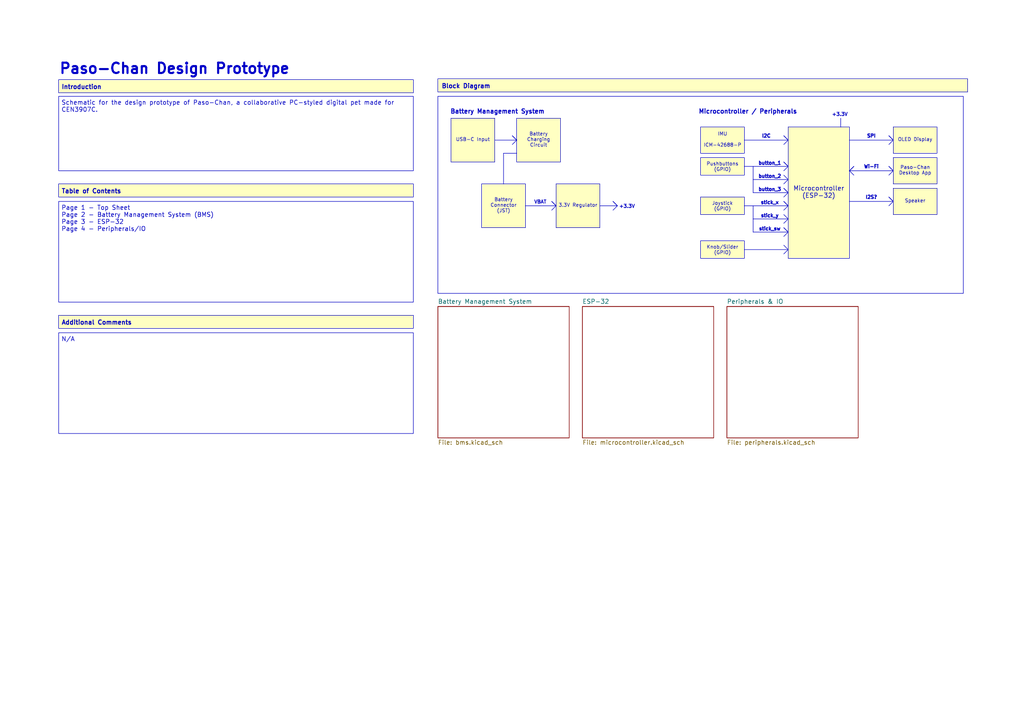
<source format=kicad_sch>
(kicad_sch
	(version 20250114)
	(generator "eeschema")
	(generator_version "9.0")
	(uuid "02d41798-b312-4981-a73c-79d229ea5c8e")
	(paper "A4")
	(lib_symbols)
	(rectangle
		(start 161.29 53.34)
		(end 173.99 66.04)
		(stroke
			(width 0)
			(type solid)
		)
		(fill
			(type color)
			(color 255 255 194 1)
		)
		(uuid 0d57d5d9-1ca2-4f95-a04e-725034894ac5)
	)
	(rectangle
		(start 203.2 69.85)
		(end 215.9 74.93)
		(stroke
			(width 0)
			(type solid)
		)
		(fill
			(type color)
			(color 255 255 194 1)
		)
		(uuid 0de3b8df-84bb-4ce0-8f76-1df9ec97f199)
	)
	(rectangle
		(start 130.81 34.29)
		(end 143.51 46.99)
		(stroke
			(width 0)
			(type solid)
		)
		(fill
			(type color)
			(color 255 255 194 1)
		)
		(uuid 1df60517-75a4-4591-b3be-227e704fc6fa)
	)
	(rectangle
		(start 203.2 45.72)
		(end 215.9 50.8)
		(stroke
			(width 0)
			(type solid)
		)
		(fill
			(type color)
			(color 255 255 194 1)
		)
		(uuid 2af8b3cd-2532-4074-bf18-8ff627123eac)
	)
	(rectangle
		(start 17.018 96.52)
		(end 119.888 125.73)
		(stroke
			(width 0)
			(type default)
		)
		(fill
			(type none)
		)
		(uuid 32a7fd25-8a74-4273-b5c2-7b33223bb332)
	)
	(rectangle
		(start 17.018 91.44)
		(end 119.888 95.25)
		(stroke
			(width 0)
			(type solid)
		)
		(fill
			(type color)
			(color 255 255 194 1)
		)
		(uuid 43c5288c-73d8-4212-8e07-459d0dc47ce3)
	)
	(rectangle
		(start 127 22.86)
		(end 280.67 26.67)
		(stroke
			(width 0)
			(type solid)
		)
		(fill
			(type color)
			(color 255 255 194 1)
		)
		(uuid 557499d0-8ccb-4f16-9c4c-9a4b3fbd99b2)
	)
	(rectangle
		(start 215.9 36.83)
		(end 203.2 44.45)
		(stroke
			(width 0)
			(type solid)
		)
		(fill
			(type color)
			(color 255 255 194 1)
		)
		(uuid 564ae2ec-95cc-4074-96e8-50757b86416a)
	)
	(rectangle
		(start 127 27.94)
		(end 279.4 85.09)
		(stroke
			(width 0)
			(type default)
		)
		(fill
			(type none)
		)
		(uuid 64d0f322-f355-4aaa-8ce2-04a62e4f2774)
	)
	(rectangle
		(start 17.018 23.114)
		(end 119.888 26.924)
		(stroke
			(width 0)
			(type solid)
		)
		(fill
			(type color)
			(color 255 255 194 1)
		)
		(uuid 787ce8b5-2c3b-4a53-823b-0cf30d69f885)
	)
	(rectangle
		(start 139.7 53.34)
		(end 152.4 66.04)
		(stroke
			(width 0)
			(type solid)
		)
		(fill
			(type color)
			(color 255 255 194 1)
		)
		(uuid 9fb3dc7c-2e5f-4f91-8de0-08cec10210ad)
	)
	(rectangle
		(start 17.018 58.42)
		(end 119.888 87.63)
		(stroke
			(width 0)
			(type default)
		)
		(fill
			(type none)
		)
		(uuid b222ee3c-c328-4c5e-885d-3f9911549b1d)
	)
	(rectangle
		(start 259.08 36.83)
		(end 271.78 44.45)
		(stroke
			(width 0)
			(type solid)
		)
		(fill
			(type color)
			(color 255 255 194 1)
		)
		(uuid c437c9ac-e855-4d03-9226-3d34cebee418)
	)
	(rectangle
		(start 203.2 57.15)
		(end 215.9 62.23)
		(stroke
			(width 0)
			(type solid)
		)
		(fill
			(type color)
			(color 255 255 194 1)
		)
		(uuid d11ed866-922d-4a75-a24d-18dbbb023cbe)
	)
	(rectangle
		(start 259.08 54.61)
		(end 271.78 62.23)
		(stroke
			(width 0)
			(type solid)
		)
		(fill
			(type color)
			(color 255 255 194 1)
		)
		(uuid d7e58831-080c-414b-8166-536308ab9774)
	)
	(rectangle
		(start 17.018 27.94)
		(end 119.888 49.53)
		(stroke
			(width 0)
			(type default)
		)
		(fill
			(type none)
		)
		(uuid e87fae58-48c7-4bd6-8e3e-baf9a9c742c4)
	)
	(rectangle
		(start 149.86 34.29)
		(end 162.56 46.99)
		(stroke
			(width 0)
			(type solid)
		)
		(fill
			(type color)
			(color 255 255 194 1)
		)
		(uuid e8e9d717-56b4-42ca-9edf-4ab8dd0de69c)
	)
	(rectangle
		(start 228.6 36.83)
		(end 246.38 74.93)
		(stroke
			(width 0)
			(type solid)
		)
		(fill
			(type color)
			(color 255 255 194 1)
		)
		(uuid ea79662a-554f-4ba8-b8fb-bd63ef62cbe0)
	)
	(rectangle
		(start 17.018 53.34)
		(end 119.888 57.15)
		(stroke
			(width 0)
			(type solid)
		)
		(fill
			(type color)
			(color 255 255 194 1)
		)
		(uuid fd7077e5-af32-4ad0-8c82-661ae4257140)
	)
	(rectangle
		(start 259.08 45.72)
		(end 271.78 53.34)
		(stroke
			(width 0)
			(type solid)
		)
		(fill
			(type color)
			(color 255 255 194 1)
		)
		(uuid ffa99649-5957-45c3-b809-f4376785701c)
	)
	(text "Table of Contents"
		(exclude_from_sim no)
		(at 17.78 55.626 0)
		(effects
			(font
				(size 1.27 1.27)
				(thickness 0.254)
				(bold yes)
			)
			(justify left)
		)
		(uuid "0f4943d1-afb9-41e6-8a5c-40a1ba6c5787")
	)
	(text "Wi-Fi"
		(exclude_from_sim no)
		(at 252.73 48.514 0)
		(effects
			(font
				(size 1 1)
				(thickness 0.254)
				(bold yes)
			)
		)
		(uuid "1255bba3-8b33-4e94-ad00-e9467b7793b5")
	)
	(text "stick_y"
		(exclude_from_sim no)
		(at 223.266 62.738 0)
		(effects
			(font
				(size 1 1)
				(thickness 0.254)
				(bold yes)
			)
		)
		(uuid "141940dc-da05-4d47-b507-9f3acc87dfbd")
	)
	(text "Knob/Slider\n(GPIO)"
		(exclude_from_sim no)
		(at 209.55 72.644 0)
		(effects
			(font
				(size 1 1)
				(thickness 0.125)
			)
		)
		(uuid "2724e792-6e5b-4064-97d4-406e4f0ec8f9")
	)
	(text "Additional Comments"
		(exclude_from_sim no)
		(at 17.78 93.726 0)
		(effects
			(font
				(size 1.27 1.27)
				(thickness 0.254)
				(bold yes)
			)
			(justify left)
		)
		(uuid "273f729e-30f6-439f-96e9-c18305ad893a")
	)
	(text "+3.3V"
		(exclude_from_sim no)
		(at 243.586 32.766 0)
		(effects
			(font
				(size 1 1)
				(thickness 0.2)
				(bold yes)
			)
			(justify top)
		)
		(uuid "2e3167f0-289c-41bd-b0f1-ecba5f275553")
	)
	(text "I2C"
		(exclude_from_sim no)
		(at 222.25 39.624 0)
		(effects
			(font
				(size 1 1)
				(thickness 0.254)
				(bold yes)
			)
		)
		(uuid "2f59bf2a-a3a8-4a59-86fd-fe9da735e981")
	)
	(text "Paso-Chan Design Prototype"
		(exclude_from_sim no)
		(at 17.018 20.066 0)
		(effects
			(font
				(size 3 3)
				(thickness 0.6)
				(bold yes)
			)
			(justify left)
		)
		(uuid "3662028b-e559-452b-86b4-67b60229f06b")
	)
	(text "Battery\nConnector\n(JST)"
		(exclude_from_sim no)
		(at 146.05 59.69 0)
		(effects
			(font
				(size 1 1)
				(thickness 0.125)
			)
		)
		(uuid "3969f216-9488-4783-a1c4-3c0aa2081485")
	)
	(text "3.3V Regulator"
		(exclude_from_sim no)
		(at 167.64 59.69 0)
		(effects
			(font
				(size 1 1)
				(thickness 0.125)
			)
		)
		(uuid "39c67533-c85a-45ed-b237-5135af328556")
	)
	(text "+3.3V"
		(exclude_from_sim no)
		(at 181.864 59.436 0)
		(effects
			(font
				(size 1 1)
				(thickness 0.2)
				(bold yes)
			)
			(justify top)
		)
		(uuid "3b8dc5b0-1403-4534-8085-0136450489b1")
	)
	(text "N/A"
		(exclude_from_sim no)
		(at 17.78 97.79 0)
		(effects
			(font
				(size 1.27 1.27)
				(thickness 0.1588)
			)
			(justify left top)
		)
		(uuid "4e03e2a3-95d4-4185-a054-8c0cf6ecea23")
	)
	(text "VBAT"
		(exclude_from_sim no)
		(at 156.718 58.166 0)
		(effects
			(font
				(size 1 1)
				(thickness 0.2)
				(bold yes)
			)
			(justify top)
		)
		(uuid "5ac04435-b8e0-455a-b9ec-68285c5c4997")
	)
	(text "Speaker"
		(exclude_from_sim no)
		(at 265.43 58.42 0)
		(effects
			(font
				(size 1 1)
				(thickness 0.125)
			)
		)
		(uuid "62005692-9ef6-42e2-8872-7c7b8f89d8d2")
	)
	(text "Microcontroller\n(ESP-32)"
		(exclude_from_sim no)
		(at 237.49 55.88 0)
		(effects
			(font
				(size 1.3 1.3)
				(thickness 0.1625)
			)
		)
		(uuid "6bf33913-31f5-4e5a-a245-c335071ab8ee")
	)
	(text "I2S?"
		(exclude_from_sim no)
		(at 252.73 57.404 0)
		(effects
			(font
				(size 1 1)
				(thickness 0.254)
				(bold yes)
			)
		)
		(uuid "718e08ac-3793-401d-8a70-f84904521bbd")
	)
	(text "Introduction"
		(exclude_from_sim no)
		(at 17.78 25.4 0)
		(effects
			(font
				(size 1.27 1.27)
				(thickness 0.254)
				(bold yes)
			)
			(justify left)
		)
		(uuid "8660ed7c-50ed-4892-b0af-0a54b8a2e4df")
	)
	(text "Joystick\n(GPIO)"
		(exclude_from_sim no)
		(at 209.55 59.944 0)
		(effects
			(font
				(size 1 1)
				(thickness 0.125)
			)
		)
		(uuid "8889fdc5-1f09-4b85-8a1a-2e9159031412")
	)
	(text "stick_x"
		(exclude_from_sim no)
		(at 223.266 58.928 0)
		(effects
			(font
				(size 1 1)
				(thickness 0.254)
				(bold yes)
			)
		)
		(uuid "88bb81b0-1100-4f21-b6a3-65294ef7ec49")
	)
	(text "button_1"
		(exclude_from_sim no)
		(at 223.266 47.498 0)
		(effects
			(font
				(size 1 1)
				(thickness 0.254)
				(bold yes)
			)
		)
		(uuid "902281b6-d6d0-40cd-8293-e8ee092fd487")
	)
	(text "Pushbuttons\n(GPIO)"
		(exclude_from_sim no)
		(at 209.55 48.514 0)
		(effects
			(font
				(size 1 1)
				(thickness 0.125)
			)
		)
		(uuid "9926e6ec-7eb9-4594-b26c-1fec14c774cb")
	)
	(text "SPI"
		(exclude_from_sim no)
		(at 252.73 39.624 0)
		(effects
			(font
				(size 1 1)
				(thickness 0.254)
				(bold yes)
			)
		)
		(uuid "9da4cc5a-9e82-4d59-94b3-fad258f78c0c")
	)
	(text "Schematic for the design prototype of Paso-Chan, a collaborative PC-styled digital pet made for\nCEN3907C."
		(exclude_from_sim no)
		(at 17.78 29.21 0)
		(effects
			(font
				(size 1.27 1.27)
			)
			(justify left top)
		)
		(uuid "9ee39801-ded2-43ca-9591-c1a2c9934f48")
	)
	(text "OLED Display"
		(exclude_from_sim no)
		(at 265.43 40.64 0)
		(effects
			(font
				(size 1 1)
				(thickness 0.125)
			)
		)
		(uuid "b50ea7e3-c06d-4dc4-bb1d-a37fe0641c8d")
	)
	(text "button_3"
		(exclude_from_sim no)
		(at 223.266 55.118 0)
		(effects
			(font
				(size 1 1)
				(thickness 0.254)
				(bold yes)
			)
		)
		(uuid "bb7e6a57-41a7-43b9-b25d-f7890d05aa50")
	)
	(text "Battery Management System"
		(exclude_from_sim no)
		(at 130.556 32.512 0)
		(effects
			(font
				(size 1.27 1.27)
				(thickness 0.254)
				(bold yes)
			)
			(justify left)
		)
		(uuid "bbf5bb1d-86f6-4c8e-aabe-8469f6a05da0")
	)
	(text "stick_sw"
		(exclude_from_sim no)
		(at 223.266 66.548 0)
		(effects
			(font
				(size 1 1)
				(thickness 0.254)
				(bold yes)
			)
		)
		(uuid "bf0e8c13-7ccf-4935-acae-c718b5d438fc")
	)
	(text "button_2"
		(exclude_from_sim no)
		(at 223.266 51.308 0)
		(effects
			(font
				(size 1 1)
				(thickness 0.254)
				(bold yes)
			)
		)
		(uuid "c0357a0a-22a6-4fb7-b6c3-f9a30c148d12")
	)
	(text "IMU\n\nICM-42688-P"
		(exclude_from_sim no)
		(at 209.55 40.64 0)
		(effects
			(font
				(size 1 1)
				(thickness 0.125)
			)
		)
		(uuid "cec2f62b-2937-4103-ba06-8a9e72136dbc")
	)
	(text "Battery\nCharging\nCircuit"
		(exclude_from_sim no)
		(at 156.21 40.64 0)
		(effects
			(font
				(size 1 1)
				(thickness 0.125)
			)
		)
		(uuid "d179a37b-4629-4a70-87ca-18e5d5ce4f05")
	)
	(text "Block Diagram"
		(exclude_from_sim no)
		(at 128.016 25.146 0)
		(effects
			(font
				(size 1.27 1.27)
				(thickness 0.254)
				(bold yes)
			)
			(justify left)
		)
		(uuid "d266e45d-a6e9-410c-9950-942647b0080f")
	)
	(text "Paso-Chan\nDesktop App"
		(exclude_from_sim no)
		(at 265.43 49.53 0)
		(effects
			(font
				(size 1 1)
				(thickness 0.125)
			)
		)
		(uuid "d4b21ade-9531-4937-9d27-e07dd2873836")
	)
	(text "Microcontroller / Peripherals"
		(exclude_from_sim no)
		(at 216.916 32.512 0)
		(effects
			(font
				(size 1.27 1.27)
				(thickness 0.254)
				(bold yes)
			)
		)
		(uuid "e8628268-d237-4d39-ae68-f6cdf8412705")
	)
	(text "USB-C Input"
		(exclude_from_sim no)
		(at 137.16 40.64 0)
		(effects
			(font
				(size 1 1)
				(thickness 0.125)
			)
		)
		(uuid "ed85797a-4f0c-4176-9e2b-ec8c4acfb7a0")
	)
	(text "Page 1 - Top Sheet\nPage 2 - Battery Management System (BMS)\nPage 3 - ESP-32\nPage 4 - Peripherals/IO"
		(exclude_from_sim no)
		(at 17.78 59.69 0)
		(effects
			(font
				(size 1.27 1.27)
				(thickness 0.1588)
			)
			(justify left top)
		)
		(uuid "f82f3ecc-7273-49c7-814b-64953a1b5d68")
	)
	(polyline
		(pts
			(xy 227.33 68.58) (xy 228.6 67.31)
		)
		(stroke
			(width 0)
			(type default)
		)
		(uuid "04746855-5e3a-44f8-9da0-b5679ac6070e")
	)
	(polyline
		(pts
			(xy 227.33 54.61) (xy 228.6 55.88)
		)
		(stroke
			(width 0)
			(type default)
		)
		(uuid "07bb1af6-aedf-41d1-a8a1-e30a2aad9ba7")
	)
	(polyline
		(pts
			(xy 227.33 54.61) (xy 228.6 55.88)
		)
		(stroke
			(width 0)
			(type default)
		)
		(uuid "0caacade-5699-4c5d-8441-f81945c3cb17")
	)
	(polyline
		(pts
			(xy 246.38 40.64) (xy 259.08 40.64)
		)
		(stroke
			(width 0)
			(type default)
		)
		(uuid "0ce88bf0-b1de-4684-9443-94a4055cd5dc")
	)
	(polyline
		(pts
			(xy 247.65 48.26) (xy 246.38 49.53)
		)
		(stroke
			(width 0)
			(type default)
		)
		(uuid "129a58be-cfaa-401b-bce9-0f1f84c6013e")
	)
	(polyline
		(pts
			(xy 228.6 59.69) (xy 227.33 60.96)
		)
		(stroke
			(width 0)
			(type default)
		)
		(uuid "18c638b9-3458-4830-8fa4-3780035aebdd")
	)
	(polyline
		(pts
			(xy 227.33 62.23) (xy 228.6 63.5)
		)
		(stroke
			(width 0)
			(type default)
		)
		(uuid "18f95dc0-fb12-42a7-8a44-b8825b99dd22")
	)
	(polyline
		(pts
			(xy 257.81 59.69) (xy 259.08 58.42)
		)
		(stroke
			(width 0)
			(type default)
		)
		(uuid "1aeedbbb-a749-4966-b51f-d5cb71ec2af7")
	)
	(polyline
		(pts
			(xy 227.33 64.77) (xy 228.6 63.5)
		)
		(stroke
			(width 0)
			(type default)
		)
		(uuid "26e9a879-fbc4-4fb3-91f2-b227030c6adb")
	)
	(polyline
		(pts
			(xy 177.8 58.42) (xy 179.07 59.69)
		)
		(stroke
			(width 0)
			(type default)
		)
		(uuid "2a3165f5-267b-4b3e-91b8-93542624d393")
	)
	(polyline
		(pts
			(xy 218.44 59.69) (xy 218.44 63.5)
		)
		(stroke
			(width 0)
			(type default)
		)
		(uuid "2f9e09b7-b246-4559-8f08-1c4c491e90bb")
	)
	(polyline
		(pts
			(xy 227.33 66.04) (xy 228.6 67.31)
		)
		(stroke
			(width 0)
			(type default)
		)
		(uuid "3303d19a-1cc4-420b-b463-9af6a4229021")
	)
	(polyline
		(pts
			(xy 227.33 66.04) (xy 228.6 67.31)
		)
		(stroke
			(width 0)
			(type default)
		)
		(uuid "37cf0d10-d064-4e09-a175-c81cbcca4073")
	)
	(polyline
		(pts
			(xy 228.6 40.64) (xy 215.9 40.64)
		)
		(stroke
			(width 0)
			(type default)
		)
		(uuid "39c94723-0171-468a-bc0d-17f7f996d5cf")
	)
	(polyline
		(pts
			(xy 257.81 48.26) (xy 259.08 49.53)
		)
		(stroke
			(width 0)
			(type default)
		)
		(uuid "447b7931-5e76-4c31-8263-65b12b84776d")
	)
	(polyline
		(pts
			(xy 227.33 57.15) (xy 228.6 55.88)
		)
		(stroke
			(width 0)
			(type default)
		)
		(uuid "449535f1-1c28-4aa1-aa2c-b5c9066abd12")
	)
	(polyline
		(pts
			(xy 173.99 59.69) (xy 179.07 59.69)
		)
		(stroke
			(width 0)
			(type default)
		)
		(uuid "46787b2b-e5e8-4aa6-8261-e65bbeb0b68d")
	)
	(polyline
		(pts
			(xy 257.81 57.15) (xy 259.08 58.42)
		)
		(stroke
			(width 0)
			(type default)
		)
		(uuid "4b971961-3d93-49f8-80d1-726232ac5181")
	)
	(polyline
		(pts
			(xy 228.6 59.69) (xy 215.9 59.69)
		)
		(stroke
			(width 0)
			(type default)
		)
		(uuid "4da40f17-e901-4d0d-950f-26faf63d34e8")
	)
	(polyline
		(pts
			(xy 143.51 40.64) (xy 149.86 40.64)
		)
		(stroke
			(width 0)
			(type default)
		)
		(uuid "562028e1-f80b-4c84-be4d-93d51b53bff0")
	)
	(polyline
		(pts
			(xy 227.33 46.99) (xy 228.6 48.26)
		)
		(stroke
			(width 0)
			(type default)
		)
		(uuid "57522f21-bed9-4803-a877-b8e562c149da")
	)
	(polyline
		(pts
			(xy 243.84 34.29) (xy 243.84 36.83)
		)
		(stroke
			(width 0)
			(type default)
		)
		(uuid "5ac1ed60-e699-491b-ba78-faf8503570c6")
	)
	(polyline
		(pts
			(xy 257.81 48.26) (xy 259.08 49.53)
		)
		(stroke
			(width 0)
			(type default)
		)
		(uuid "5bbf81ca-29f5-4c20-83d1-9265687cd69f")
	)
	(polyline
		(pts
			(xy 218.44 63.5) (xy 218.44 67.31)
		)
		(stroke
			(width 0)
			(type default)
		)
		(uuid "5c998066-e975-45e6-901e-5908192c1cb7")
	)
	(polyline
		(pts
			(xy 160.02 60.96) (xy 161.29 59.69)
		)
		(stroke
			(width 0)
			(type default)
		)
		(uuid "5d1f520d-c5f4-42d2-b5ec-d1f76f050478")
	)
	(polyline
		(pts
			(xy 218.44 48.26) (xy 218.44 52.07)
		)
		(stroke
			(width 0)
			(type default)
		)
		(uuid "602b08eb-d413-4cd9-a7d9-1bdd6be6fc3a")
	)
	(polyline
		(pts
			(xy 218.44 52.07) (xy 218.44 55.88)
		)
		(stroke
			(width 0)
			(type default)
		)
		(uuid "62e2b718-80af-4198-8c4f-439dd123f695")
	)
	(polyline
		(pts
			(xy 228.6 48.26) (xy 227.33 49.53)
		)
		(stroke
			(width 0)
			(type default)
		)
		(uuid "65c891a5-a185-4ee5-a1f0-ace15589766f")
	)
	(polyline
		(pts
			(xy 246.38 49.53) (xy 259.08 49.53)
		)
		(stroke
			(width 0)
			(type default)
		)
		(uuid "6c1beca7-8a47-4c75-bed1-75a635a1cfb0")
	)
	(polyline
		(pts
			(xy 257.81 39.37) (xy 259.08 40.64)
		)
		(stroke
			(width 0)
			(type default)
		)
		(uuid "6e26dc31-d514-4b8f-8ac3-aac33d2a0a80")
	)
	(polyline
		(pts
			(xy 227.33 39.37) (xy 228.6 40.64)
		)
		(stroke
			(width 0)
			(type default)
		)
		(uuid "70af19e3-c19a-4708-9aa0-8ad9be95f2e1")
	)
	(polyline
		(pts
			(xy 148.59 41.91) (xy 149.86 40.64)
		)
		(stroke
			(width 0)
			(type default)
		)
		(uuid "7249f480-a14f-4bb0-bae8-e652c1e51fe5")
	)
	(polyline
		(pts
			(xy 148.59 39.37) (xy 149.86 40.64)
		)
		(stroke
			(width 0)
			(type default)
		)
		(uuid "794ef930-3884-45d4-ac4e-aab5672698e3")
	)
	(polyline
		(pts
			(xy 218.44 63.5) (xy 228.6 63.5)
		)
		(stroke
			(width 0)
			(type default)
		)
		(uuid "7e4aa6cb-f024-4cfd-99cc-3ac33e4331bc")
	)
	(polyline
		(pts
			(xy 148.59 39.37) (xy 149.86 40.64)
		)
		(stroke
			(width 0)
			(type default)
		)
		(uuid "8013bf15-7a77-4410-8fc4-bf6c21e1846f")
	)
	(polyline
		(pts
			(xy 246.38 58.42) (xy 259.08 58.42)
		)
		(stroke
			(width 0)
			(type default)
		)
		(uuid "81adb8ea-13d6-4db6-8539-aa0e68009c3b")
	)
	(polyline
		(pts
			(xy 160.02 58.42) (xy 161.29 59.69)
		)
		(stroke
			(width 0)
			(type default)
		)
		(uuid "829b2f40-c522-4c41-bcc4-f908f2d6c74d")
	)
	(polyline
		(pts
			(xy 227.33 50.8) (xy 228.6 52.07)
		)
		(stroke
			(width 0)
			(type default)
		)
		(uuid "843b39ca-4481-4a49-bb29-2b0c86a0f4dc")
	)
	(polyline
		(pts
			(xy 257.81 50.8) (xy 259.08 49.53)
		)
		(stroke
			(width 0)
			(type default)
		)
		(uuid "88c05574-a8e1-4a77-a001-0beb3a45cf5d")
	)
	(polyline
		(pts
			(xy 257.81 41.91) (xy 259.08 40.64)
		)
		(stroke
			(width 0)
			(type default)
		)
		(uuid "8af20b7f-d941-42f0-9dec-7d2f222cf181")
	)
	(polyline
		(pts
			(xy 246.38 49.53) (xy 247.65 48.26)
		)
		(stroke
			(width 0)
			(type default)
		)
		(uuid "8c41d000-e741-4d9d-868a-70903a6bff30")
	)
	(polyline
		(pts
			(xy 257.81 57.15) (xy 259.08 58.42)
		)
		(stroke
			(width 0)
			(type default)
		)
		(uuid "93350825-1c37-446f-8e59-3df29afceb44")
	)
	(polyline
		(pts
			(xy 227.33 71.12) (xy 228.6 72.39)
		)
		(stroke
			(width 0)
			(type default)
		)
		(uuid "9402c8ed-cc0c-4430-88c0-1155d96ff168")
	)
	(polyline
		(pts
			(xy 227.33 53.34) (xy 228.6 52.07)
		)
		(stroke
			(width 0)
			(type default)
		)
		(uuid "9ab2b126-5622-44e8-b327-47f663765398")
	)
	(polyline
		(pts
			(xy 146.05 44.45) (xy 146.05 53.34)
		)
		(stroke
			(width 0)
			(type default)
		)
		(uuid "9ddc34a5-f24d-499d-894a-92aae8f03676")
	)
	(polyline
		(pts
			(xy 228.6 59.69) (xy 227.33 58.42)
		)
		(stroke
			(width 0)
			(type default)
		)
		(uuid "a20fcbc9-8935-43be-8afa-0f6ed655fadd")
	)
	(polyline
		(pts
			(xy 218.44 67.31) (xy 228.6 67.31)
		)
		(stroke
			(width 0)
			(type default)
		)
		(uuid "a6b795a0-d45a-4ee2-a97e-347da1823e57")
	)
	(polyline
		(pts
			(xy 257.81 39.37) (xy 259.08 40.64)
		)
		(stroke
			(width 0)
			(type default)
		)
		(uuid "a74c599b-a637-4f26-a134-d59762c04876")
	)
	(polyline
		(pts
			(xy 177.8 60.96) (xy 179.07 59.69)
		)
		(stroke
			(width 0)
			(type default)
		)
		(uuid "a97fe93e-d98e-41c0-a6b0-8bab9096f079")
	)
	(polyline
		(pts
			(xy 227.33 41.91) (xy 228.6 40.64)
		)
		(stroke
			(width 0)
			(type default)
		)
		(uuid "ac06e5e0-22fd-4b8d-b865-520d43a98723")
	)
	(polyline
		(pts
			(xy 160.02 58.42) (xy 161.29 59.69)
		)
		(stroke
			(width 0)
			(type default)
		)
		(uuid "add26b32-a83c-436c-8e94-b777cf0a2e24")
	)
	(polyline
		(pts
			(xy 218.44 55.88) (xy 228.6 55.88)
		)
		(stroke
			(width 0)
			(type default)
		)
		(uuid "afd71e19-170a-4451-9531-637b34c4888b")
	)
	(polyline
		(pts
			(xy 228.6 48.26) (xy 227.33 46.99)
		)
		(stroke
			(width 0)
			(type default)
		)
		(uuid "b57246aa-453e-4858-a1d9-e07578d76de4")
	)
	(polyline
		(pts
			(xy 149.86 44.45) (xy 146.05 44.45)
		)
		(stroke
			(width 0)
			(type default)
		)
		(uuid "d3257724-57c0-436a-97c1-556afdedee12")
	)
	(polyline
		(pts
			(xy 152.4 59.69) (xy 161.29 59.69)
		)
		(stroke
			(width 0)
			(type default)
		)
		(uuid "d3fe2feb-8cfd-4a0f-9e6f-eb2a5b94c2c3")
	)
	(polyline
		(pts
			(xy 246.38 49.53) (xy 247.65 50.8)
		)
		(stroke
			(width 0)
			(type default)
		)
		(uuid "d48e3245-2c30-4bce-99ce-a42089c79f29")
	)
	(polyline
		(pts
			(xy 218.44 52.07) (xy 228.6 52.07)
		)
		(stroke
			(width 0)
			(type default)
		)
		(uuid "d576c45a-c0bd-4764-b1c4-9811c089e899")
	)
	(polyline
		(pts
			(xy 228.6 48.26) (xy 215.9 48.26)
		)
		(stroke
			(width 0)
			(type default)
		)
		(uuid "db7994c4-11a8-491f-8306-eeed33b61269")
	)
	(polyline
		(pts
			(xy 177.8 58.42) (xy 179.07 59.69)
		)
		(stroke
			(width 0)
			(type default)
		)
		(uuid "dd20c3f4-4d83-4f57-85ba-e6a9ef304079")
	)
	(polyline
		(pts
			(xy 228.6 72.39) (xy 215.9 72.39)
		)
		(stroke
			(width 0)
			(type default)
		)
		(uuid "e42a82ac-1691-4df5-8144-6963eb35e3b8")
	)
	(polyline
		(pts
			(xy 227.33 58.42) (xy 228.6 59.69)
		)
		(stroke
			(width 0)
			(type default)
		)
		(uuid "edd4afd4-aa84-4746-ae78-0cf70221a415")
	)
	(polyline
		(pts
			(xy 227.33 73.66) (xy 228.6 72.39)
		)
		(stroke
			(width 0)
			(type default)
		)
		(uuid "ee548256-4636-462f-aa87-d8114051abf6")
	)
	(polyline
		(pts
			(xy 228.6 40.64) (xy 227.33 39.37)
		)
		(stroke
			(width 0)
			(type default)
		)
		(uuid "efb6b6fc-24c9-44a3-bc0c-fe9d202a661c")
	)
	(sheet
		(at 127 88.9)
		(size 38.1 38.1)
		(exclude_from_sim no)
		(in_bom yes)
		(on_board yes)
		(dnp no)
		(fields_autoplaced yes)
		(stroke
			(width 0.1524)
			(type solid)
		)
		(fill
			(color 0 0 0 0.0000)
		)
		(uuid "90a49e63-3170-4e2d-9660-b30524b44ab2")
		(property "Sheetname" "Battery Management System"
			(at 127 88.1884 0)
			(effects
				(font
					(size 1.27 1.27)
				)
				(justify left bottom)
			)
		)
		(property "Sheetfile" "bms.kicad_sch"
			(at 127 127.5846 0)
			(effects
				(font
					(size 1.27 1.27)
				)
				(justify left top)
			)
		)
		(instances
			(project "kicad"
				(path "/02d41798-b312-4981-a73c-79d229ea5c8e"
					(page "2")
				)
			)
		)
	)
	(sheet
		(at 168.91 88.9)
		(size 38.1 38.1)
		(exclude_from_sim no)
		(in_bom yes)
		(on_board yes)
		(dnp no)
		(fields_autoplaced yes)
		(stroke
			(width 0.1524)
			(type solid)
		)
		(fill
			(color 0 0 0 0.0000)
		)
		(uuid "a84d3f14-7d9a-4dbf-b029-f52285769a08")
		(property "Sheetname" "ESP-32"
			(at 168.91 88.1884 0)
			(effects
				(font
					(size 1.27 1.27)
				)
				(justify left bottom)
			)
		)
		(property "Sheetfile" "microcontroller.kicad_sch"
			(at 168.91 127.5846 0)
			(effects
				(font
					(size 1.27 1.27)
				)
				(justify left top)
			)
		)
		(instances
			(project "kicad"
				(path "/02d41798-b312-4981-a73c-79d229ea5c8e"
					(page "3")
				)
			)
		)
	)
	(sheet
		(at 210.82 88.9)
		(size 38.1 38.1)
		(exclude_from_sim no)
		(in_bom yes)
		(on_board yes)
		(dnp no)
		(fields_autoplaced yes)
		(stroke
			(width 0.1524)
			(type solid)
		)
		(fill
			(color 0 0 0 0.0000)
		)
		(uuid "e3e0faa1-3370-4355-b4f1-6603f5154e90")
		(property "Sheetname" "Peripherals & IO"
			(at 210.82 88.1884 0)
			(effects
				(font
					(size 1.27 1.27)
				)
				(justify left bottom)
			)
		)
		(property "Sheetfile" "peripherals.kicad_sch"
			(at 210.82 127.5846 0)
			(effects
				(font
					(size 1.27 1.27)
				)
				(justify left top)
			)
		)
		(instances
			(project "kicad"
				(path "/02d41798-b312-4981-a73c-79d229ea5c8e"
					(page "4")
				)
			)
		)
	)
	(sheet_instances
		(path "/"
			(page "1")
		)
	)
	(embedded_fonts no)
)

</source>
